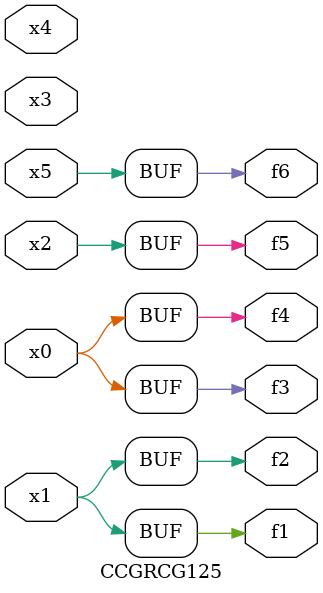
<source format=v>
module CCGRCG125(
	input x0, x1, x2, x3, x4, x5,
	output f1, f2, f3, f4, f5, f6
);
	assign f1 = x1;
	assign f2 = x1;
	assign f3 = x0;
	assign f4 = x0;
	assign f5 = x2;
	assign f6 = x5;
endmodule

</source>
